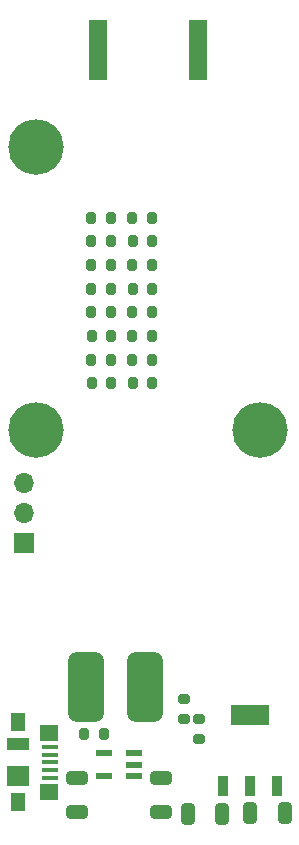
<source format=gbs>
G04 #@! TF.GenerationSoftware,KiCad,Pcbnew,(7.0.0)*
G04 #@! TF.CreationDate,2023-03-12T21:45:25+01:00*
G04 #@! TF.ProjectId,tracker,74726163-6b65-4722-9e6b-696361645f70,rev?*
G04 #@! TF.SameCoordinates,Original*
G04 #@! TF.FileFunction,Soldermask,Bot*
G04 #@! TF.FilePolarity,Negative*
%FSLAX46Y46*%
G04 Gerber Fmt 4.6, Leading zero omitted, Abs format (unit mm)*
G04 Created by KiCad (PCBNEW (7.0.0)) date 2023-03-12 21:45:25*
%MOMM*%
%LPD*%
G01*
G04 APERTURE LIST*
G04 Aperture macros list*
%AMRoundRect*
0 Rectangle with rounded corners*
0 $1 Rounding radius*
0 $2 $3 $4 $5 $6 $7 $8 $9 X,Y pos of 4 corners*
0 Add a 4 corners polygon primitive as box body*
4,1,4,$2,$3,$4,$5,$6,$7,$8,$9,$2,$3,0*
0 Add four circle primitives for the rounded corners*
1,1,$1+$1,$2,$3*
1,1,$1+$1,$4,$5*
1,1,$1+$1,$6,$7*
1,1,$1+$1,$8,$9*
0 Add four rect primitives between the rounded corners*
20,1,$1+$1,$2,$3,$4,$5,0*
20,1,$1+$1,$4,$5,$6,$7,0*
20,1,$1+$1,$6,$7,$8,$9,0*
20,1,$1+$1,$8,$9,$2,$3,0*%
G04 Aperture macros list end*
%ADD10RoundRect,0.200000X-0.200000X-0.275000X0.200000X-0.275000X0.200000X0.275000X-0.200000X0.275000X0*%
%ADD11R,1.380000X0.450000*%
%ADD12R,1.900000X1.800000*%
%ADD13R,1.300000X1.650000*%
%ADD14R,1.550000X1.425000*%
%ADD15R,1.900000X1.000000*%
%ADD16R,1.400000X0.600000*%
%ADD17RoundRect,0.250000X-0.650000X0.325000X-0.650000X-0.325000X0.650000X-0.325000X0.650000X0.325000X0*%
%ADD18RoundRect,0.200000X-0.275000X0.200000X-0.275000X-0.200000X0.275000X-0.200000X0.275000X0.200000X0*%
%ADD19RoundRect,0.750000X0.750000X-2.250000X0.750000X2.250000X-0.750000X2.250000X-0.750000X-2.250000X0*%
%ADD20C,3.100000*%
%ADD21C,4.700000*%
%ADD22R,1.700000X1.700000*%
%ADD23O,1.700000X1.700000*%
%ADD24R,1.500000X5.080000*%
%ADD25RoundRect,0.200000X0.200000X0.275000X-0.200000X0.275000X-0.200000X-0.275000X0.200000X-0.275000X0*%
%ADD26R,0.900000X1.800000*%
%ADD27R,3.200000X1.800000*%
%ADD28RoundRect,0.250000X0.325000X0.650000X-0.325000X0.650000X-0.325000X-0.650000X0.325000X-0.650000X0*%
%ADD29RoundRect,0.250000X-0.325000X-0.650000X0.325000X-0.650000X0.325000X0.650000X-0.325000X0.650000X0*%
G04 APERTURE END LIST*
D10*
G04 #@! TO.C,R5*
X137100000Y-105700000D03*
X138750000Y-105700000D03*
G04 #@! TD*
D11*
G04 #@! TO.C,J3*
X134159999Y-109399999D03*
X134159999Y-108749999D03*
X134159999Y-108099999D03*
X134159999Y-107449999D03*
X134159999Y-106799999D03*
D12*
X131499999Y-109249999D03*
D13*
X131499999Y-104724999D03*
X131499999Y-111474999D03*
D14*
X134074999Y-110587499D03*
D15*
X131499999Y-106549999D03*
D14*
X134074999Y-105612499D03*
G04 #@! TD*
D16*
G04 #@! TO.C,IC1*
X141249999Y-107349999D03*
X141249999Y-108299999D03*
X141249999Y-109249999D03*
X138749999Y-109249999D03*
X138749999Y-107349999D03*
G04 #@! TD*
D17*
G04 #@! TO.C,C8*
X136500000Y-109400000D03*
X136500000Y-112350000D03*
G04 #@! TD*
G04 #@! TO.C,C7*
X143600000Y-109400000D03*
X143600000Y-112350000D03*
G04 #@! TD*
D18*
G04 #@! TO.C,R4*
X145500000Y-104425000D03*
X145500000Y-102775000D03*
G04 #@! TD*
G04 #@! TO.C,R3*
X146800000Y-106125000D03*
X146800000Y-104475000D03*
G04 #@! TD*
D19*
G04 #@! TO.C,J2*
X142200000Y-101700000D03*
X137200000Y-101700000D03*
G04 #@! TD*
D20*
G04 #@! TO.C,H1*
X133000000Y-56000000D03*
D21*
X133000000Y-56000000D03*
G04 #@! TD*
D20*
G04 #@! TO.C,H2*
X152000000Y-80000000D03*
D21*
X152000000Y-80000000D03*
G04 #@! TD*
D22*
G04 #@! TO.C,J1*
X131999999Y-89524999D03*
D23*
X131999999Y-86984999D03*
X131999999Y-84444999D03*
G04 #@! TD*
D24*
G04 #@! TO.C,AE1*
X138249999Y-47799999D03*
X146749999Y-47799999D03*
G04 #@! TD*
D20*
G04 #@! TO.C,H3*
X133000000Y-80000000D03*
D21*
X133000000Y-80000000D03*
G04 #@! TD*
D25*
G04 #@! TO.C,JP6*
X142815000Y-66000000D03*
X141165000Y-66000000D03*
G04 #@! TD*
G04 #@! TO.C,JP13*
X139325000Y-74000000D03*
X137675000Y-74000000D03*
G04 #@! TD*
D26*
G04 #@! TO.C,PS1*
X153399999Y-110099999D03*
X151099999Y-110099999D03*
X148799999Y-110099999D03*
D27*
X151099999Y-104099999D03*
G04 #@! TD*
D25*
G04 #@! TO.C,JP7*
X139335000Y-68000000D03*
X137685000Y-68000000D03*
G04 #@! TD*
G04 #@! TO.C,JP15*
X139345000Y-76000000D03*
X137695000Y-76000000D03*
G04 #@! TD*
D28*
G04 #@! TO.C,C6*
X148775000Y-112500000D03*
X145825000Y-112500000D03*
G04 #@! TD*
D25*
G04 #@! TO.C,JP14*
X142815000Y-74000000D03*
X141165000Y-74000000D03*
G04 #@! TD*
G04 #@! TO.C,JP12*
X142815000Y-72000000D03*
X141165000Y-72000000D03*
G04 #@! TD*
G04 #@! TO.C,JP3*
X139325000Y-64000000D03*
X137675000Y-64000000D03*
G04 #@! TD*
G04 #@! TO.C,JP5*
X139335000Y-66000000D03*
X137685000Y-66000000D03*
G04 #@! TD*
G04 #@! TO.C,JP8*
X142825000Y-68000000D03*
X141175000Y-68000000D03*
G04 #@! TD*
G04 #@! TO.C,JP11*
X139345000Y-72000000D03*
X137695000Y-72000000D03*
G04 #@! TD*
G04 #@! TO.C,JP9*
X139335000Y-70000000D03*
X137685000Y-70000000D03*
G04 #@! TD*
D29*
G04 #@! TO.C,C5*
X151125000Y-112400000D03*
X154075000Y-112400000D03*
G04 #@! TD*
D25*
G04 #@! TO.C,JP1*
X139335000Y-62000000D03*
X137685000Y-62000000D03*
G04 #@! TD*
G04 #@! TO.C,JP10*
X142815000Y-70000000D03*
X141165000Y-70000000D03*
G04 #@! TD*
G04 #@! TO.C,JP4*
X142825000Y-64000000D03*
X141175000Y-64000000D03*
G04 #@! TD*
G04 #@! TO.C,JP2*
X142815000Y-62000000D03*
X141165000Y-62000000D03*
G04 #@! TD*
G04 #@! TO.C,JP16*
X142825000Y-76000000D03*
X141175000Y-76000000D03*
G04 #@! TD*
M02*

</source>
